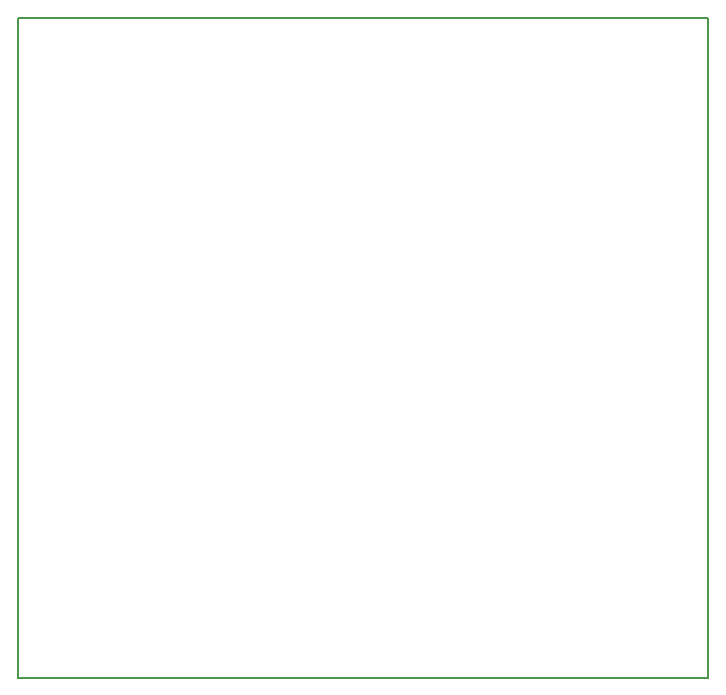
<source format=gbr>
G04 #@! TF.GenerationSoftware,KiCad,Pcbnew,5.0.2-bee76a0~70~ubuntu18.04.1*
G04 #@! TF.CreationDate,2019-05-14T19:54:41+02:00*
G04 #@! TF.ProjectId,support_board,73757070-6f72-4745-9f62-6f6172642e6b,rev?*
G04 #@! TF.SameCoordinates,Original*
G04 #@! TF.FileFunction,Profile,NP*
%FSLAX46Y46*%
G04 Gerber Fmt 4.6, Leading zero omitted, Abs format (unit mm)*
G04 Created by KiCad (PCBNEW 5.0.2-bee76a0~70~ubuntu18.04.1) date Út 14. května 2019, 19:54:41 CEST*
%MOMM*%
%LPD*%
G01*
G04 APERTURE LIST*
%ADD10C,0.150000*%
G04 APERTURE END LIST*
D10*
X176403000Y-68580000D02*
X117983000Y-68580000D01*
X117983000Y-68580000D02*
X117983000Y-124460000D01*
X176403000Y-124460000D02*
X176403000Y-68580000D01*
X117983000Y-124460000D02*
X176403000Y-124460000D01*
M02*

</source>
